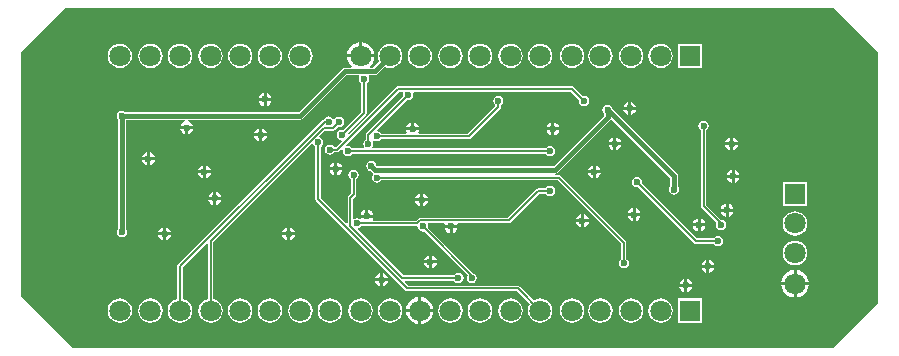
<source format=gbl>
G04*
G04 #@! TF.GenerationSoftware,Altium Limited,Altium Designer,19.1.5 (86)*
G04*
G04 Layer_Physical_Order=2*
G04 Layer_Color=16711680*
%FSLAX44Y44*%
%MOMM*%
G71*
G01*
G75*
%ADD10C,0.2000*%
%ADD44C,0.4000*%
%ADD46R,1.8000X1.8000*%
%ADD47C,1.8000*%
%ADD48R,1.8000X1.8000*%
%ADD49C,0.6000*%
G36*
X732500Y255000D02*
Y42500D01*
X695000Y5000D01*
X51250D01*
X7500Y48750D01*
Y255000D01*
X45000Y292500D01*
X695000D01*
X732500Y255000D01*
D02*
G37*
%LPC*%
G36*
X296020Y263462D02*
Y253260D01*
X306222D01*
X305993Y255002D01*
X304830Y257810D01*
X302980Y260220D01*
X300570Y262070D01*
X297763Y263233D01*
X296020Y263462D01*
D02*
G37*
G36*
X293480Y263462D02*
X291737Y263233D01*
X288930Y262070D01*
X286520Y260220D01*
X284670Y257810D01*
X283507Y255002D01*
X283278Y253260D01*
X293480D01*
Y263462D01*
D02*
G37*
G36*
X319750Y262328D02*
X317074Y261976D01*
X314581Y260943D01*
X312440Y259300D01*
X310797Y257159D01*
X309764Y254666D01*
X309412Y251990D01*
X309764Y249314D01*
X310532Y247459D01*
X305137Y242064D01*
X302746D01*
X302337Y243266D01*
X302980Y243760D01*
X304830Y246170D01*
X305993Y248978D01*
X306222Y250720D01*
X294750D01*
X283278D01*
X283507Y248978D01*
X284670Y246170D01*
X286520Y243760D01*
X287162Y243266D01*
X286754Y242064D01*
X281250D01*
X279982Y241811D01*
X278907Y241093D01*
X242377Y204564D01*
X95190D01*
X94158Y205253D01*
X92500Y205583D01*
X90842Y205253D01*
X89436Y204314D01*
X88497Y202908D01*
X88167Y201250D01*
X88497Y199592D01*
X89186Y198559D01*
Y105190D01*
X88497Y104158D01*
X88167Y102500D01*
X88497Y100842D01*
X89436Y99436D01*
X90842Y98497D01*
X92500Y98167D01*
X94158Y98497D01*
X95564Y99436D01*
X96503Y100842D01*
X96833Y102500D01*
X96503Y104158D01*
X95814Y105190D01*
Y197936D01*
X146208D01*
X146333Y196666D01*
X145338Y196469D01*
X143506Y195244D01*
X142281Y193412D01*
X142104Y192520D01*
X152896D01*
X152718Y193412D01*
X151494Y195244D01*
X149662Y196469D01*
X148667Y196666D01*
X148792Y197936D01*
X243750D01*
X245018Y198189D01*
X246093Y198907D01*
X282623Y235436D01*
X293004D01*
X293602Y234316D01*
X293497Y234158D01*
X293167Y232500D01*
X293497Y230842D01*
X294436Y229436D01*
X295206Y228921D01*
Y204700D01*
X279658Y189153D01*
X278750Y189333D01*
X277092Y189003D01*
X275686Y188064D01*
X274747Y186658D01*
X274417Y185000D01*
X274747Y183342D01*
X275686Y181936D01*
X277092Y180997D01*
X278230Y180770D01*
X278720Y179464D01*
X274050Y174794D01*
X272329D01*
X271814Y175564D01*
X270408Y176503D01*
X268750Y176833D01*
X267092Y176503D01*
X265686Y175564D01*
X264747Y174158D01*
X264417Y172500D01*
X264747Y170842D01*
X265686Y169436D01*
X267092Y168497D01*
X268750Y168167D01*
X270408Y168497D01*
X271814Y169436D01*
X272329Y170206D01*
X275000D01*
X275878Y170380D01*
X276622Y170878D01*
X278402Y172658D01*
X279572Y172032D01*
X279417Y171250D01*
X279747Y169592D01*
X280686Y168186D01*
X282092Y167247D01*
X283750Y166917D01*
X285408Y167247D01*
X286814Y168186D01*
X287329Y168956D01*
X451421D01*
X451936Y168186D01*
X453342Y167247D01*
X455000Y166917D01*
X456658Y167247D01*
X458064Y168186D01*
X459003Y169592D01*
X459333Y171250D01*
X459003Y172908D01*
X458064Y174314D01*
X456658Y175253D01*
X455000Y175583D01*
X453342Y175253D01*
X451936Y174314D01*
X451421Y173544D01*
X305091D01*
X304567Y174814D01*
X305253Y175842D01*
X305583Y177500D01*
X305253Y179158D01*
X304991Y179552D01*
X304764Y179891D01*
X305686Y180686D01*
X306079Y180424D01*
X307092Y179747D01*
X308750Y179417D01*
X310408Y179747D01*
X311814Y180686D01*
X312329Y181456D01*
X386250D01*
X387128Y181630D01*
X387872Y182128D01*
X412872Y207128D01*
X413369Y207872D01*
X413544Y208750D01*
Y210171D01*
X414314Y210686D01*
X415253Y212092D01*
X415583Y213750D01*
X415253Y215408D01*
X414314Y216814D01*
X412908Y217753D01*
X411250Y218083D01*
X409592Y217753D01*
X408186Y216814D01*
X407247Y215408D01*
X406917Y213750D01*
X407247Y212092D01*
X408186Y210686D01*
X408218Y210665D01*
X408351Y209095D01*
X385300Y186044D01*
X344117D01*
X343518Y187164D01*
X343969Y187838D01*
X344146Y188730D01*
X333354D01*
X333531Y187838D01*
X333982Y187164D01*
X333383Y186044D01*
X312329D01*
X311814Y186814D01*
X310408Y187753D01*
X309270Y187980D01*
X308780Y189286D01*
X334092Y214597D01*
X335000Y214417D01*
X336658Y214747D01*
X338064Y215686D01*
X339003Y217092D01*
X339333Y218750D01*
X339003Y220408D01*
X338885Y220586D01*
X339483Y221706D01*
X472550D01*
X479597Y214658D01*
X479417Y213750D01*
X479747Y212092D01*
X480686Y210686D01*
X482092Y209747D01*
X483750Y209417D01*
X485408Y209747D01*
X486814Y210686D01*
X487753Y212092D01*
X488083Y213750D01*
X487753Y215408D01*
X486814Y216814D01*
X485408Y217753D01*
X483750Y218083D01*
X482842Y217903D01*
X475122Y225622D01*
X474378Y226119D01*
X473500Y226294D01*
X326500D01*
X325622Y226119D01*
X324878Y225622D01*
X285098Y185843D01*
X283710Y186251D01*
X283628Y186633D01*
X299122Y202128D01*
X299619Y202872D01*
X299794Y203750D01*
Y228921D01*
X300564Y229436D01*
X301503Y230842D01*
X301833Y232500D01*
X301503Y234158D01*
X301398Y234316D01*
X301996Y235436D01*
X306510D01*
X307778Y235689D01*
X308853Y236407D01*
X315219Y242772D01*
X317074Y242004D01*
X319750Y241652D01*
X322426Y242004D01*
X324919Y243037D01*
X327060Y244680D01*
X328703Y246821D01*
X329736Y249314D01*
X330088Y251990D01*
X329736Y254666D01*
X328703Y257159D01*
X327060Y259300D01*
X324919Y260943D01*
X322426Y261976D01*
X319750Y262328D01*
D02*
G37*
G36*
X584000Y262240D02*
X563500D01*
Y241740D01*
X584000D01*
Y262240D01*
D02*
G37*
G36*
X548750Y262328D02*
X546074Y261976D01*
X543581Y260943D01*
X541440Y259300D01*
X539797Y257159D01*
X538764Y254666D01*
X538411Y251990D01*
X538764Y249314D01*
X539797Y246821D01*
X541440Y244680D01*
X543581Y243037D01*
X546074Y242004D01*
X548750Y241652D01*
X551426Y242004D01*
X553919Y243037D01*
X556060Y244680D01*
X557703Y246821D01*
X558736Y249314D01*
X559088Y251990D01*
X558736Y254666D01*
X557703Y257159D01*
X556060Y259300D01*
X553919Y260943D01*
X551426Y261976D01*
X548750Y262328D01*
D02*
G37*
G36*
X523750D02*
X521074Y261976D01*
X518581Y260943D01*
X516440Y259300D01*
X514797Y257159D01*
X513764Y254666D01*
X513411Y251990D01*
X513764Y249314D01*
X514797Y246821D01*
X516440Y244680D01*
X518581Y243037D01*
X521074Y242004D01*
X523750Y241652D01*
X526426Y242004D01*
X528919Y243037D01*
X531060Y244680D01*
X532703Y246821D01*
X533736Y249314D01*
X534088Y251990D01*
X533736Y254666D01*
X532703Y257159D01*
X531060Y259300D01*
X528919Y260943D01*
X526426Y261976D01*
X523750Y262328D01*
D02*
G37*
G36*
X497750D02*
X495074Y261976D01*
X492581Y260943D01*
X490440Y259300D01*
X488797Y257159D01*
X487764Y254666D01*
X487411Y251990D01*
X487764Y249314D01*
X488797Y246821D01*
X490440Y244680D01*
X492581Y243037D01*
X495074Y242004D01*
X497750Y241652D01*
X500426Y242004D01*
X502919Y243037D01*
X505060Y244680D01*
X506703Y246821D01*
X507736Y249314D01*
X508088Y251990D01*
X507736Y254666D01*
X506703Y257159D01*
X505060Y259300D01*
X502919Y260943D01*
X500426Y261976D01*
X497750Y262328D01*
D02*
G37*
G36*
X473750D02*
X471074Y261976D01*
X468581Y260943D01*
X466440Y259300D01*
X464797Y257159D01*
X463764Y254666D01*
X463411Y251990D01*
X463764Y249314D01*
X464797Y246821D01*
X466440Y244680D01*
X468581Y243037D01*
X471074Y242004D01*
X473750Y241652D01*
X476426Y242004D01*
X478919Y243037D01*
X481060Y244680D01*
X482703Y246821D01*
X483736Y249314D01*
X484088Y251990D01*
X483736Y254666D01*
X482703Y257159D01*
X481060Y259300D01*
X478919Y260943D01*
X476426Y261976D01*
X473750Y262328D01*
D02*
G37*
G36*
X446750D02*
X444074Y261976D01*
X441581Y260943D01*
X439440Y259300D01*
X437797Y257159D01*
X436764Y254666D01*
X436412Y251990D01*
X436764Y249314D01*
X437797Y246821D01*
X439440Y244680D01*
X441581Y243037D01*
X444074Y242004D01*
X446750Y241652D01*
X449426Y242004D01*
X451919Y243037D01*
X454060Y244680D01*
X455703Y246821D01*
X456736Y249314D01*
X457088Y251990D01*
X456736Y254666D01*
X455703Y257159D01*
X454060Y259300D01*
X451919Y260943D01*
X449426Y261976D01*
X446750Y262328D01*
D02*
G37*
G36*
X421750D02*
X419074Y261976D01*
X416581Y260943D01*
X414440Y259300D01*
X412797Y257159D01*
X411764Y254666D01*
X411412Y251990D01*
X411764Y249314D01*
X412797Y246821D01*
X414440Y244680D01*
X416581Y243037D01*
X419074Y242004D01*
X421750Y241652D01*
X424426Y242004D01*
X426919Y243037D01*
X429060Y244680D01*
X430703Y246821D01*
X431736Y249314D01*
X432088Y251990D01*
X431736Y254666D01*
X430703Y257159D01*
X429060Y259300D01*
X426919Y260943D01*
X424426Y261976D01*
X421750Y262328D01*
D02*
G37*
G36*
X395750D02*
X393074Y261976D01*
X390581Y260943D01*
X388440Y259300D01*
X386797Y257159D01*
X385764Y254666D01*
X385411Y251990D01*
X385764Y249314D01*
X386797Y246821D01*
X388440Y244680D01*
X390581Y243037D01*
X393074Y242004D01*
X395750Y241652D01*
X398426Y242004D01*
X400919Y243037D01*
X403060Y244680D01*
X404703Y246821D01*
X405736Y249314D01*
X406088Y251990D01*
X405736Y254666D01*
X404703Y257159D01*
X403060Y259300D01*
X400919Y260943D01*
X398426Y261976D01*
X395750Y262328D01*
D02*
G37*
G36*
X370750D02*
X368074Y261976D01*
X365581Y260943D01*
X363440Y259300D01*
X361797Y257159D01*
X360764Y254666D01*
X360411Y251990D01*
X360764Y249314D01*
X361797Y246821D01*
X363440Y244680D01*
X365581Y243037D01*
X368074Y242004D01*
X370750Y241652D01*
X373426Y242004D01*
X375919Y243037D01*
X378060Y244680D01*
X379703Y246821D01*
X380736Y249314D01*
X381088Y251990D01*
X380736Y254666D01*
X379703Y257159D01*
X378060Y259300D01*
X375919Y260943D01*
X373426Y261976D01*
X370750Y262328D01*
D02*
G37*
G36*
X344750D02*
X342074Y261976D01*
X339581Y260943D01*
X337440Y259300D01*
X335797Y257159D01*
X334764Y254666D01*
X334412Y251990D01*
X334764Y249314D01*
X335797Y246821D01*
X337440Y244680D01*
X339581Y243037D01*
X342074Y242004D01*
X344750Y241652D01*
X347426Y242004D01*
X349919Y243037D01*
X352060Y244680D01*
X353703Y246821D01*
X354736Y249314D01*
X355088Y251990D01*
X354736Y254666D01*
X353703Y257159D01*
X352060Y259300D01*
X349919Y260943D01*
X347426Y261976D01*
X344750Y262328D01*
D02*
G37*
G36*
X243750D02*
X241074Y261976D01*
X238581Y260943D01*
X236440Y259300D01*
X234797Y257159D01*
X233764Y254666D01*
X233412Y251990D01*
X233764Y249314D01*
X234797Y246821D01*
X236440Y244680D01*
X238581Y243037D01*
X241074Y242004D01*
X243750Y241652D01*
X246426Y242004D01*
X248919Y243037D01*
X251060Y244680D01*
X252703Y246821D01*
X253736Y249314D01*
X254088Y251990D01*
X253736Y254666D01*
X252703Y257159D01*
X251060Y259300D01*
X248919Y260943D01*
X246426Y261976D01*
X243750Y262328D01*
D02*
G37*
G36*
X217750D02*
X215074Y261976D01*
X212581Y260943D01*
X210440Y259300D01*
X208797Y257159D01*
X207764Y254666D01*
X207411Y251990D01*
X207764Y249314D01*
X208797Y246821D01*
X210440Y244680D01*
X212581Y243037D01*
X215074Y242004D01*
X217750Y241652D01*
X220426Y242004D01*
X222919Y243037D01*
X225060Y244680D01*
X226703Y246821D01*
X227736Y249314D01*
X228088Y251990D01*
X227736Y254666D01*
X226703Y257159D01*
X225060Y259300D01*
X222919Y260943D01*
X220426Y261976D01*
X217750Y262328D01*
D02*
G37*
G36*
X192750D02*
X190074Y261976D01*
X187581Y260943D01*
X185440Y259300D01*
X183797Y257159D01*
X182764Y254666D01*
X182411Y251990D01*
X182764Y249314D01*
X183797Y246821D01*
X185440Y244680D01*
X187581Y243037D01*
X190074Y242004D01*
X192750Y241652D01*
X195426Y242004D01*
X197919Y243037D01*
X200060Y244680D01*
X201703Y246821D01*
X202736Y249314D01*
X203088Y251990D01*
X202736Y254666D01*
X201703Y257159D01*
X200060Y259300D01*
X197919Y260943D01*
X195426Y261976D01*
X192750Y262328D01*
D02*
G37*
G36*
X167750D02*
X165074Y261976D01*
X162581Y260943D01*
X160440Y259300D01*
X158797Y257159D01*
X157764Y254666D01*
X157411Y251990D01*
X157764Y249314D01*
X158797Y246821D01*
X160440Y244680D01*
X162581Y243037D01*
X165074Y242004D01*
X167750Y241652D01*
X170426Y242004D01*
X172919Y243037D01*
X175060Y244680D01*
X176703Y246821D01*
X177736Y249314D01*
X178088Y251990D01*
X177736Y254666D01*
X176703Y257159D01*
X175060Y259300D01*
X172919Y260943D01*
X170426Y261976D01*
X167750Y262328D01*
D02*
G37*
G36*
X141750D02*
X139074Y261976D01*
X136581Y260943D01*
X134440Y259300D01*
X132797Y257159D01*
X131764Y254666D01*
X131412Y251990D01*
X131764Y249314D01*
X132797Y246821D01*
X134440Y244680D01*
X136581Y243037D01*
X139074Y242004D01*
X141750Y241652D01*
X144426Y242004D01*
X146919Y243037D01*
X149060Y244680D01*
X150703Y246821D01*
X151736Y249314D01*
X152088Y251990D01*
X151736Y254666D01*
X150703Y257159D01*
X149060Y259300D01*
X146919Y260943D01*
X144426Y261976D01*
X141750Y262328D01*
D02*
G37*
G36*
X116750D02*
X114074Y261976D01*
X111581Y260943D01*
X109440Y259300D01*
X107797Y257159D01*
X106764Y254666D01*
X106412Y251990D01*
X106764Y249314D01*
X107797Y246821D01*
X109440Y244680D01*
X111581Y243037D01*
X114074Y242004D01*
X116750Y241652D01*
X119426Y242004D01*
X121919Y243037D01*
X124060Y244680D01*
X125703Y246821D01*
X126736Y249314D01*
X127088Y251990D01*
X126736Y254666D01*
X125703Y257159D01*
X124060Y259300D01*
X121919Y260943D01*
X119426Y261976D01*
X116750Y262328D01*
D02*
G37*
G36*
X90750D02*
X88074Y261976D01*
X85581Y260943D01*
X83440Y259300D01*
X81797Y257159D01*
X80764Y254666D01*
X80412Y251990D01*
X80764Y249314D01*
X81797Y246821D01*
X83440Y244680D01*
X85581Y243037D01*
X88074Y242004D01*
X90750Y241652D01*
X93426Y242004D01*
X95919Y243037D01*
X98060Y244680D01*
X99703Y246821D01*
X100736Y249314D01*
X101088Y251990D01*
X100736Y254666D01*
X99703Y257159D01*
X98060Y259300D01*
X95919Y260943D01*
X93426Y261976D01*
X90750Y262328D01*
D02*
G37*
G36*
X215020Y220396D02*
Y216270D01*
X219146D01*
X218969Y217162D01*
X217744Y218994D01*
X215912Y220219D01*
X215020Y220396D01*
D02*
G37*
G36*
X212480D02*
X211588Y220219D01*
X209756Y218994D01*
X208531Y217162D01*
X208354Y216270D01*
X212480D01*
Y220396D01*
D02*
G37*
G36*
X219146Y213730D02*
X215020D01*
Y209604D01*
X215912Y209781D01*
X217744Y211006D01*
X218969Y212838D01*
X219146Y213730D01*
D02*
G37*
G36*
X212480D02*
X208354D01*
X208531Y212838D01*
X209756Y211006D01*
X211588Y209781D01*
X212480Y209604D01*
Y213730D01*
D02*
G37*
G36*
X523770Y212896D02*
Y208770D01*
X527896D01*
X527719Y209662D01*
X526494Y211494D01*
X524662Y212719D01*
X523770Y212896D01*
D02*
G37*
G36*
X521230D02*
X520338Y212719D01*
X518506Y211494D01*
X517281Y209662D01*
X517104Y208770D01*
X521230D01*
Y212896D01*
D02*
G37*
G36*
X527896Y206230D02*
X523770D01*
Y202104D01*
X524662Y202281D01*
X526494Y203506D01*
X527719Y205338D01*
X527896Y206230D01*
D02*
G37*
G36*
X521230D02*
X517104D01*
X517281Y205338D01*
X518506Y203506D01*
X520338Y202281D01*
X521230Y202104D01*
Y206230D01*
D02*
G37*
G36*
X267500Y200583D02*
X265842Y200253D01*
X264436Y199314D01*
X263874Y198473D01*
X263351Y198370D01*
X262607Y197872D01*
X140128Y75393D01*
X139630Y74649D01*
X139456Y73771D01*
Y46286D01*
X139074Y46236D01*
X136581Y45203D01*
X134440Y43560D01*
X132797Y41419D01*
X131764Y38926D01*
X131412Y36250D01*
X131764Y33574D01*
X132797Y31081D01*
X134440Y28940D01*
X136581Y27297D01*
X139074Y26264D01*
X141750Y25912D01*
X144426Y26264D01*
X146919Y27297D01*
X149060Y28940D01*
X150703Y31081D01*
X151736Y33574D01*
X152088Y36250D01*
X151736Y38926D01*
X150703Y41419D01*
X149060Y43560D01*
X146919Y45203D01*
X144426Y46236D01*
X144044Y46286D01*
Y72821D01*
X164283Y93059D01*
X165456Y92573D01*
Y46286D01*
X165074Y46236D01*
X162581Y45203D01*
X160440Y43560D01*
X158797Y41419D01*
X157764Y38926D01*
X157411Y36250D01*
X157764Y33574D01*
X158797Y31081D01*
X160440Y28940D01*
X162581Y27297D01*
X165074Y26264D01*
X167750Y25912D01*
X170426Y26264D01*
X172919Y27297D01*
X175060Y28940D01*
X176703Y31081D01*
X177736Y33574D01*
X178088Y36250D01*
X177736Y38926D01*
X176703Y41419D01*
X175060Y43560D01*
X172919Y45203D01*
X170426Y46236D01*
X170044Y46286D01*
Y94224D01*
X253490Y177670D01*
X254705Y177301D01*
X254747Y177092D01*
X255686Y175686D01*
X256456Y175171D01*
Y130479D01*
X256631Y129601D01*
X257128Y128857D01*
X332607Y53378D01*
X333351Y52881D01*
X334229Y52706D01*
X427050D01*
X438031Y41725D01*
X437797Y41419D01*
X436764Y38926D01*
X436412Y36250D01*
X436764Y33574D01*
X437797Y31081D01*
X439440Y28940D01*
X441581Y27297D01*
X444074Y26264D01*
X446750Y25912D01*
X449426Y26264D01*
X451919Y27297D01*
X454060Y28940D01*
X455703Y31081D01*
X456736Y33574D01*
X457088Y36250D01*
X456736Y38926D01*
X455703Y41419D01*
X454060Y43560D01*
X451919Y45203D01*
X449426Y46236D01*
X446750Y46588D01*
X444074Y46236D01*
X441581Y45203D01*
X441275Y44969D01*
X429622Y56622D01*
X428878Y57119D01*
X428000Y57294D01*
X335179D01*
X332191Y60283D01*
X332677Y61456D01*
X373921D01*
X374436Y60686D01*
X375842Y59747D01*
X377500Y59417D01*
X379158Y59747D01*
X380564Y60686D01*
X381503Y62092D01*
X381833Y63750D01*
X381503Y65408D01*
X380564Y66814D01*
X379158Y67753D01*
X377500Y68083D01*
X375842Y67753D01*
X374436Y66814D01*
X373921Y66044D01*
X331026D01*
X292330Y104740D01*
X292699Y105955D01*
X292908Y105997D01*
X294314Y106936D01*
X294829Y107706D01*
X341929D01*
X342658Y107585D01*
X343353Y106566D01*
X343497Y105842D01*
X344436Y104436D01*
X345842Y103497D01*
X347500Y103167D01*
X348408Y103347D01*
X385388Y66368D01*
X384747Y65408D01*
X384417Y63750D01*
X384747Y62092D01*
X385686Y60686D01*
X387092Y59747D01*
X388750Y59417D01*
X390408Y59747D01*
X391814Y60686D01*
X392753Y62092D01*
X393083Y63750D01*
X392753Y65408D01*
X391814Y66814D01*
X390657Y67587D01*
X351653Y106592D01*
X351833Y107500D01*
X351503Y109158D01*
X351385Y109336D01*
X351983Y110456D01*
X365151D01*
X365937Y109186D01*
X365854Y108770D01*
X376646D01*
X376563Y109186D01*
X377349Y110456D01*
X420250D01*
X421128Y110631D01*
X421872Y111128D01*
X445950Y135206D01*
X451421D01*
X451936Y134436D01*
X453342Y133497D01*
X455000Y133167D01*
X456658Y133497D01*
X458064Y134436D01*
X459003Y135842D01*
X459333Y137500D01*
X459003Y139158D01*
X458064Y140564D01*
X456658Y141503D01*
X455000Y141833D01*
X453342Y141503D01*
X451936Y140564D01*
X451421Y139794D01*
X445000D01*
X444122Y139620D01*
X443378Y139122D01*
X419300Y115044D01*
X345325D01*
X344448Y114869D01*
X343703Y114372D01*
X341625Y112294D01*
X305367D01*
X304768Y113414D01*
X305219Y114088D01*
X305396Y114980D01*
X294604D01*
X294738Y114309D01*
X294212Y113759D01*
X293708Y113469D01*
X292908Y114003D01*
X291250Y114333D01*
X289592Y114003D01*
X289414Y113885D01*
X288294Y114483D01*
Y131046D01*
X290372Y133124D01*
X290869Y133869D01*
X291044Y134747D01*
Y147671D01*
X291814Y148186D01*
X292753Y149592D01*
X293083Y151250D01*
X292753Y152908D01*
X291814Y154314D01*
X290408Y155253D01*
X288750Y155583D01*
X287092Y155253D01*
X285686Y154314D01*
X284747Y152908D01*
X284417Y151250D01*
X284747Y149592D01*
X285686Y148186D01*
X286456Y147671D01*
Y135697D01*
X284378Y133619D01*
X283881Y132874D01*
X283706Y131996D01*
Y110427D01*
X282533Y109941D01*
X261044Y131429D01*
Y175171D01*
X261814Y175686D01*
X262753Y177092D01*
X263083Y178750D01*
X262753Y180408D01*
X261814Y181814D01*
X260408Y182753D01*
X260199Y182795D01*
X259830Y184010D01*
X264526Y188706D01*
X271334D01*
X272212Y188881D01*
X272956Y189378D01*
X275512Y191934D01*
X276420Y191753D01*
X278079Y192083D01*
X279485Y193023D01*
X280424Y194428D01*
X280754Y196087D01*
X280424Y197745D01*
X279485Y199151D01*
X278079Y200090D01*
X276420Y200420D01*
X274762Y200090D01*
X273356Y199151D01*
X272720Y198199D01*
X272410Y198125D01*
X271315Y198197D01*
X271309Y198199D01*
X270564Y199314D01*
X269158Y200253D01*
X267500Y200583D01*
D02*
G37*
G36*
X458770Y195396D02*
Y191270D01*
X462896D01*
X462719Y192162D01*
X461494Y193994D01*
X459662Y195219D01*
X458770Y195396D01*
D02*
G37*
G36*
X456230D02*
X455338Y195219D01*
X453506Y193994D01*
X452281Y192162D01*
X452104Y191270D01*
X456230D01*
Y195396D01*
D02*
G37*
G36*
X340020D02*
Y191270D01*
X344146D01*
X343969Y192162D01*
X342744Y193994D01*
X340912Y195219D01*
X340020Y195396D01*
D02*
G37*
G36*
X337480D02*
X336588Y195219D01*
X334756Y193994D01*
X333531Y192162D01*
X333354Y191270D01*
X337480D01*
Y195396D01*
D02*
G37*
G36*
X211270Y190396D02*
Y186270D01*
X215396D01*
X215219Y187162D01*
X213994Y188994D01*
X212162Y190219D01*
X211270Y190396D01*
D02*
G37*
G36*
X208730D02*
X207838Y190219D01*
X206006Y188994D01*
X204781Y187162D01*
X204604Y186270D01*
X208730D01*
Y190396D01*
D02*
G37*
G36*
X152896Y189980D02*
X148770D01*
Y185854D01*
X149662Y186031D01*
X151494Y187256D01*
X152718Y189088D01*
X152896Y189980D01*
D02*
G37*
G36*
X146230D02*
X142104D01*
X142281Y189088D01*
X143506Y187256D01*
X145338Y186031D01*
X146230Y185854D01*
Y189980D01*
D02*
G37*
G36*
X462896Y188730D02*
X458770D01*
Y184604D01*
X459662Y184781D01*
X461494Y186006D01*
X462719Y187838D01*
X462896Y188730D01*
D02*
G37*
G36*
X456230D02*
X452104D01*
X452281Y187838D01*
X453506Y186006D01*
X455338Y184781D01*
X456230Y184604D01*
Y188730D01*
D02*
G37*
G36*
X215396Y183730D02*
X211270D01*
Y179604D01*
X212162Y179781D01*
X213994Y181006D01*
X215219Y182838D01*
X215396Y183730D01*
D02*
G37*
G36*
X208730D02*
X204604D01*
X204781Y182838D01*
X206006Y181006D01*
X207838Y179781D01*
X208730Y179604D01*
Y183730D01*
D02*
G37*
G36*
X610020Y182896D02*
Y178770D01*
X614146D01*
X613969Y179662D01*
X612744Y181494D01*
X610912Y182719D01*
X610020Y182896D01*
D02*
G37*
G36*
X607480D02*
X606588Y182719D01*
X604756Y181494D01*
X603531Y179662D01*
X603354Y178770D01*
X607480D01*
Y182896D01*
D02*
G37*
G36*
X511270D02*
Y178770D01*
X515396D01*
X515219Y179662D01*
X513994Y181494D01*
X512162Y182719D01*
X511270Y182896D01*
D02*
G37*
G36*
X508730D02*
X507838Y182719D01*
X506006Y181494D01*
X504781Y179662D01*
X504604Y178770D01*
X508730D01*
Y182896D01*
D02*
G37*
G36*
X614146Y176230D02*
X610020D01*
Y172104D01*
X610912Y172281D01*
X612744Y173506D01*
X613969Y175338D01*
X614146Y176230D01*
D02*
G37*
G36*
X607480D02*
X603354D01*
X603531Y175338D01*
X604756Y173506D01*
X606588Y172281D01*
X607480Y172104D01*
Y176230D01*
D02*
G37*
G36*
X515396D02*
X511270D01*
Y172104D01*
X512162Y172281D01*
X513994Y173506D01*
X515219Y175338D01*
X515396Y176230D01*
D02*
G37*
G36*
X508730D02*
X504604D01*
X504781Y175338D01*
X506006Y173506D01*
X507838Y172281D01*
X508730Y172104D01*
Y176230D01*
D02*
G37*
G36*
X116270Y170396D02*
Y166270D01*
X120396D01*
X120219Y167162D01*
X118994Y168994D01*
X117162Y170219D01*
X116270Y170396D01*
D02*
G37*
G36*
X113730D02*
X112838Y170219D01*
X111006Y168994D01*
X109781Y167162D01*
X109604Y166270D01*
X113730D01*
Y170396D01*
D02*
G37*
G36*
X120396Y163730D02*
X116270D01*
Y159604D01*
X117162Y159781D01*
X118994Y161006D01*
X120219Y162838D01*
X120396Y163730D01*
D02*
G37*
G36*
X113730D02*
X109604D01*
X109781Y162838D01*
X111006Y161006D01*
X112838Y159781D01*
X113730Y159604D01*
Y163730D01*
D02*
G37*
G36*
X275020Y161646D02*
Y157520D01*
X279146D01*
X278969Y158412D01*
X277744Y160244D01*
X275912Y161469D01*
X275020Y161646D01*
D02*
G37*
G36*
X272480D02*
X271588Y161469D01*
X269756Y160244D01*
X268531Y158412D01*
X268354Y157520D01*
X272480D01*
Y161646D01*
D02*
G37*
G36*
X493770Y159146D02*
Y155020D01*
X497896D01*
X497719Y155912D01*
X496494Y157744D01*
X494662Y158968D01*
X493770Y159146D01*
D02*
G37*
G36*
X491230D02*
X490338Y158968D01*
X488506Y157744D01*
X487281Y155912D01*
X487104Y155020D01*
X491230D01*
Y159146D01*
D02*
G37*
G36*
X163770D02*
Y155020D01*
X167896D01*
X167719Y155912D01*
X166494Y157744D01*
X164662Y158968D01*
X163770Y159146D01*
D02*
G37*
G36*
X161230D02*
X160338Y158968D01*
X158506Y157744D01*
X157281Y155912D01*
X157104Y155020D01*
X161230D01*
Y159146D01*
D02*
G37*
G36*
X611270Y155396D02*
Y151270D01*
X615396D01*
X615219Y152162D01*
X613994Y153994D01*
X612162Y155219D01*
X611270Y155396D01*
D02*
G37*
G36*
X608730D02*
X607838Y155219D01*
X606006Y153994D01*
X604781Y152162D01*
X604604Y151270D01*
X608730D01*
Y155396D01*
D02*
G37*
G36*
X279146Y154980D02*
X275020D01*
Y150854D01*
X275912Y151031D01*
X277744Y152256D01*
X278969Y154088D01*
X279146Y154980D01*
D02*
G37*
G36*
X272480D02*
X268354D01*
X268531Y154088D01*
X269756Y152256D01*
X271588Y151031D01*
X272480Y150854D01*
Y154980D01*
D02*
G37*
G36*
X497896Y152480D02*
X493770D01*
Y148354D01*
X494662Y148531D01*
X496494Y149756D01*
X497719Y151588D01*
X497896Y152480D01*
D02*
G37*
G36*
X491230D02*
X487104D01*
X487281Y151588D01*
X488506Y149756D01*
X490338Y148531D01*
X491230Y148354D01*
Y152480D01*
D02*
G37*
G36*
X167896D02*
X163770D01*
Y148354D01*
X164662Y148531D01*
X166494Y149756D01*
X167719Y151588D01*
X167896Y152480D01*
D02*
G37*
G36*
X161230D02*
X157104D01*
X157281Y151588D01*
X158506Y149756D01*
X160338Y148531D01*
X161230Y148354D01*
Y152480D01*
D02*
G37*
G36*
X615396Y148730D02*
X611270D01*
Y144604D01*
X612162Y144781D01*
X613994Y146006D01*
X615219Y147838D01*
X615396Y148730D01*
D02*
G37*
G36*
X608730D02*
X604604D01*
X604781Y147838D01*
X606006Y146006D01*
X607838Y144781D01*
X608730Y144604D01*
Y148730D01*
D02*
G37*
G36*
X503750Y210583D02*
X502092Y210253D01*
X500686Y209314D01*
X499747Y207908D01*
X499417Y206250D01*
X499747Y204592D01*
X500436Y203559D01*
Y201373D01*
X458002Y158939D01*
X308248D01*
X307996Y159191D01*
X307753Y160408D01*
X306814Y161814D01*
X305408Y162753D01*
X303750Y163083D01*
X302092Y162753D01*
X300686Y161814D01*
X299747Y160408D01*
X299417Y158750D01*
X299747Y157092D01*
X300686Y155686D01*
X302092Y154747D01*
X303309Y154504D01*
X304532Y153282D01*
X305064Y152926D01*
X305177Y152725D01*
X305394Y151511D01*
X305356Y151320D01*
X304747Y150408D01*
X304417Y148750D01*
X304747Y147092D01*
X305686Y145686D01*
X307092Y144747D01*
X308750Y144417D01*
X310408Y144747D01*
X311814Y145686D01*
X312329Y146456D01*
X461550D01*
X515206Y92800D01*
Y79829D01*
X514436Y79314D01*
X513497Y77908D01*
X513167Y76250D01*
X513497Y74592D01*
X514436Y73186D01*
X515842Y72247D01*
X517500Y71917D01*
X519158Y72247D01*
X520564Y73186D01*
X521503Y74592D01*
X521833Y76250D01*
X521503Y77908D01*
X520564Y79314D01*
X519794Y79829D01*
Y93750D01*
X519619Y94628D01*
X519122Y95372D01*
X464122Y150372D01*
X463378Y150869D01*
X462500Y151044D01*
X459382D01*
X459375Y152311D01*
X460643Y152564D01*
X461718Y153282D01*
X506093Y197657D01*
X506163Y197762D01*
X507427Y197887D01*
X556686Y148627D01*
Y141440D01*
X555997Y140408D01*
X555667Y138750D01*
X555997Y137092D01*
X556936Y135686D01*
X558342Y134747D01*
X560000Y134417D01*
X561658Y134747D01*
X563064Y135686D01*
X564003Y137092D01*
X564333Y138750D01*
X564003Y140408D01*
X563314Y141440D01*
Y150000D01*
X563061Y151268D01*
X562343Y152343D01*
X507996Y206691D01*
X507753Y207908D01*
X506814Y209314D01*
X505408Y210253D01*
X503750Y210583D01*
D02*
G37*
G36*
X172520Y136646D02*
Y132520D01*
X176646D01*
X176469Y133412D01*
X175244Y135244D01*
X173412Y136469D01*
X172520Y136646D01*
D02*
G37*
G36*
X169980D02*
X169088Y136469D01*
X167256Y135244D01*
X166031Y133412D01*
X165854Y132520D01*
X169980D01*
Y136646D01*
D02*
G37*
G36*
X347520Y135396D02*
Y131270D01*
X351646D01*
X351469Y132162D01*
X350244Y133994D01*
X348412Y135219D01*
X347520Y135396D01*
D02*
G37*
G36*
X344980D02*
X344088Y135219D01*
X342256Y133994D01*
X341031Y132162D01*
X340854Y131270D01*
X344980D01*
Y135396D01*
D02*
G37*
G36*
X176646Y129980D02*
X172520D01*
Y125854D01*
X173412Y126031D01*
X175244Y127256D01*
X176469Y129088D01*
X176646Y129980D01*
D02*
G37*
G36*
X169980D02*
X165854D01*
X166031Y129088D01*
X167256Y127256D01*
X169088Y126031D01*
X169980Y125854D01*
Y129980D01*
D02*
G37*
G36*
X672750Y145250D02*
X652250D01*
Y124750D01*
X672750D01*
Y145250D01*
D02*
G37*
G36*
X351646Y128730D02*
X347520D01*
Y124604D01*
X348412Y124781D01*
X350244Y126006D01*
X351469Y127838D01*
X351646Y128730D01*
D02*
G37*
G36*
X344980D02*
X340854D01*
X341031Y127838D01*
X342256Y126006D01*
X344088Y124781D01*
X344980Y124604D01*
Y128730D01*
D02*
G37*
G36*
X606270Y126646D02*
Y122520D01*
X610396D01*
X610219Y123412D01*
X608994Y125244D01*
X607162Y126469D01*
X606270Y126646D01*
D02*
G37*
G36*
X603730D02*
X602838Y126469D01*
X601006Y125244D01*
X599781Y123412D01*
X599604Y122520D01*
X603730D01*
Y126646D01*
D02*
G37*
G36*
X527520Y122896D02*
Y118770D01*
X531646D01*
X531469Y119662D01*
X530244Y121494D01*
X528412Y122719D01*
X527520Y122896D01*
D02*
G37*
G36*
X524980D02*
X524088Y122719D01*
X522256Y121494D01*
X521031Y119662D01*
X520854Y118770D01*
X524980D01*
Y122896D01*
D02*
G37*
G36*
X301270Y121646D02*
Y117520D01*
X305396D01*
X305219Y118412D01*
X303994Y120244D01*
X302162Y121468D01*
X301270Y121646D01*
D02*
G37*
G36*
X298730D02*
X297838Y121468D01*
X296006Y120244D01*
X294781Y118412D01*
X294604Y117520D01*
X298730D01*
Y121646D01*
D02*
G37*
G36*
X610396Y119980D02*
X606270D01*
Y115854D01*
X607162Y116031D01*
X608994Y117256D01*
X610219Y119088D01*
X610396Y119980D01*
D02*
G37*
G36*
X603730D02*
X599604D01*
X599781Y119088D01*
X601006Y117256D01*
X602838Y116031D01*
X603730Y115854D01*
Y119980D01*
D02*
G37*
G36*
X483770Y117896D02*
Y113770D01*
X487896D01*
X487719Y114662D01*
X486494Y116494D01*
X484662Y117719D01*
X483770Y117896D01*
D02*
G37*
G36*
X481230D02*
X480338Y117719D01*
X478506Y116494D01*
X477281Y114662D01*
X477104Y113770D01*
X481230D01*
Y117896D01*
D02*
G37*
G36*
X531646Y116230D02*
X527520D01*
Y112104D01*
X528412Y112281D01*
X530244Y113506D01*
X531469Y115338D01*
X531646Y116230D01*
D02*
G37*
G36*
X524980D02*
X520854D01*
X521031Y115338D01*
X522256Y113506D01*
X524088Y112281D01*
X524980Y112104D01*
Y116230D01*
D02*
G37*
G36*
X582520Y114146D02*
Y110020D01*
X586646D01*
X586469Y110912D01*
X585244Y112744D01*
X583412Y113969D01*
X582520Y114146D01*
D02*
G37*
G36*
X579980D02*
X579088Y113969D01*
X577256Y112744D01*
X576031Y110912D01*
X575854Y110020D01*
X579980D01*
Y114146D01*
D02*
G37*
G36*
X487896Y111230D02*
X483770D01*
Y107104D01*
X484662Y107281D01*
X486494Y108506D01*
X487719Y110338D01*
X487896Y111230D01*
D02*
G37*
G36*
X481230D02*
X477104D01*
X477281Y110338D01*
X478506Y108506D01*
X480338Y107281D01*
X481230Y107104D01*
Y111230D01*
D02*
G37*
G36*
X585000Y196833D02*
X583342Y196503D01*
X581936Y195564D01*
X580997Y194158D01*
X580667Y192500D01*
X580997Y190842D01*
X581936Y189436D01*
X582706Y188921D01*
Y125000D01*
X582881Y124122D01*
X583378Y123378D01*
X596137Y110619D01*
X595997Y110408D01*
X595667Y108750D01*
X595997Y107092D01*
X596936Y105686D01*
X598342Y104747D01*
X600000Y104417D01*
X601658Y104747D01*
X603064Y105686D01*
X604003Y107092D01*
X604333Y108750D01*
X604003Y110408D01*
X603064Y111814D01*
X601658Y112753D01*
X600201Y113043D01*
X587294Y125950D01*
Y188921D01*
X588064Y189436D01*
X589003Y190842D01*
X589333Y192500D01*
X589003Y194158D01*
X588064Y195564D01*
X586658Y196503D01*
X585000Y196833D01*
D02*
G37*
G36*
X586646Y107480D02*
X582520D01*
Y103354D01*
X583412Y103531D01*
X585244Y104756D01*
X586469Y106588D01*
X586646Y107480D01*
D02*
G37*
G36*
X579980D02*
X575854D01*
X576031Y106588D01*
X577256Y104756D01*
X579088Y103531D01*
X579980Y103354D01*
Y107480D01*
D02*
G37*
G36*
X235020Y106646D02*
Y102520D01*
X239146D01*
X238969Y103412D01*
X237744Y105244D01*
X235912Y106468D01*
X235020Y106646D01*
D02*
G37*
G36*
X232480D02*
X231588Y106468D01*
X229756Y105244D01*
X228531Y103412D01*
X228354Y102520D01*
X232480D01*
Y106646D01*
D02*
G37*
G36*
X130020D02*
Y102520D01*
X134146D01*
X133968Y103412D01*
X132744Y105244D01*
X130912Y106468D01*
X130020Y106646D01*
D02*
G37*
G36*
X127480D02*
X126588Y106468D01*
X124756Y105244D01*
X123531Y103412D01*
X123354Y102520D01*
X127480D01*
Y106646D01*
D02*
G37*
G36*
X376646Y106230D02*
X372520D01*
Y102104D01*
X373412Y102281D01*
X375244Y103506D01*
X376469Y105338D01*
X376646Y106230D01*
D02*
G37*
G36*
X369980D02*
X365854D01*
X366031Y105338D01*
X367256Y103506D01*
X369088Y102281D01*
X369980Y102104D01*
Y106230D01*
D02*
G37*
G36*
X662500Y120338D02*
X659824Y119986D01*
X657331Y118953D01*
X655190Y117310D01*
X653547Y115169D01*
X652514Y112676D01*
X652161Y110000D01*
X652514Y107324D01*
X653547Y104831D01*
X655190Y102690D01*
X657331Y101047D01*
X659824Y100014D01*
X662500Y99662D01*
X665176Y100014D01*
X667669Y101047D01*
X669810Y102690D01*
X671453Y104831D01*
X672486Y107324D01*
X672838Y110000D01*
X672486Y112676D01*
X671453Y115169D01*
X669810Y117310D01*
X667669Y118953D01*
X665176Y119986D01*
X662500Y120338D01*
D02*
G37*
G36*
X239146Y99980D02*
X235020D01*
Y95854D01*
X235912Y96031D01*
X237744Y97256D01*
X238969Y99088D01*
X239146Y99980D01*
D02*
G37*
G36*
X232480D02*
X228354D01*
X228531Y99088D01*
X229756Y97256D01*
X231588Y96031D01*
X232480Y95854D01*
Y99980D01*
D02*
G37*
G36*
X134146D02*
X130020D01*
Y95854D01*
X130912Y96031D01*
X132744Y97256D01*
X133968Y99088D01*
X134146Y99980D01*
D02*
G37*
G36*
X127480D02*
X123354D01*
X123531Y99088D01*
X124756Y97256D01*
X126588Y96031D01*
X127480Y95854D01*
Y99980D01*
D02*
G37*
G36*
X528750Y149333D02*
X527092Y149003D01*
X525686Y148064D01*
X524747Y146658D01*
X524417Y145000D01*
X524747Y143342D01*
X525686Y141936D01*
X527092Y140997D01*
X528750Y140667D01*
X529658Y140847D01*
X577128Y93378D01*
X577872Y92880D01*
X578750Y92706D01*
X593921D01*
X594436Y91936D01*
X595842Y90997D01*
X597500Y90667D01*
X599158Y90997D01*
X600564Y91936D01*
X601503Y93342D01*
X601833Y95000D01*
X601503Y96658D01*
X600564Y98064D01*
X599158Y99003D01*
X597500Y99333D01*
X595842Y99003D01*
X594436Y98064D01*
X593921Y97294D01*
X579700D01*
X532903Y144092D01*
X533083Y145000D01*
X532753Y146658D01*
X531814Y148064D01*
X530408Y149003D01*
X528750Y149333D01*
D02*
G37*
G36*
X355020Y82896D02*
Y78770D01*
X359146D01*
X358969Y79662D01*
X357744Y81494D01*
X355912Y82719D01*
X355020Y82896D01*
D02*
G37*
G36*
X352480D02*
X351588Y82719D01*
X349756Y81494D01*
X348531Y79662D01*
X348354Y78770D01*
X352480D01*
Y82896D01*
D02*
G37*
G36*
X590020Y79146D02*
Y75020D01*
X594146D01*
X593969Y75912D01*
X592744Y77744D01*
X590912Y78969D01*
X590020Y79146D01*
D02*
G37*
G36*
X587480D02*
X586588Y78969D01*
X584756Y77744D01*
X583531Y75912D01*
X583354Y75020D01*
X587480D01*
Y79146D01*
D02*
G37*
G36*
X662500Y95338D02*
X659824Y94986D01*
X657331Y93953D01*
X655190Y92310D01*
X653547Y90169D01*
X652514Y87676D01*
X652161Y85000D01*
X652514Y82324D01*
X653547Y79831D01*
X655190Y77690D01*
X657331Y76047D01*
X659824Y75014D01*
X662500Y74662D01*
X665176Y75014D01*
X667669Y76047D01*
X669810Y77690D01*
X671453Y79831D01*
X672486Y82324D01*
X672838Y85000D01*
X672486Y87676D01*
X671453Y90169D01*
X669810Y92310D01*
X667669Y93953D01*
X665176Y94986D01*
X662500Y95338D01*
D02*
G37*
G36*
X359146Y76230D02*
X355020D01*
Y72104D01*
X355912Y72281D01*
X357744Y73506D01*
X358969Y75338D01*
X359146Y76230D01*
D02*
G37*
G36*
X352480D02*
X348354D01*
X348531Y75338D01*
X349756Y73506D01*
X351588Y72281D01*
X352480Y72104D01*
Y76230D01*
D02*
G37*
G36*
X594146Y72480D02*
X590020D01*
Y68354D01*
X590912Y68531D01*
X592744Y69756D01*
X593969Y71588D01*
X594146Y72480D01*
D02*
G37*
G36*
X587480D02*
X583354D01*
X583531Y71588D01*
X584756Y69756D01*
X586588Y68531D01*
X587480Y68354D01*
Y72480D01*
D02*
G37*
G36*
X313770Y67896D02*
Y63770D01*
X317896D01*
X317719Y64662D01*
X316494Y66494D01*
X314662Y67719D01*
X313770Y67896D01*
D02*
G37*
G36*
X311230D02*
X310338Y67719D01*
X308506Y66494D01*
X307281Y64662D01*
X307104Y63770D01*
X311230D01*
Y67896D01*
D02*
G37*
G36*
X663770Y70472D02*
Y60270D01*
X673972D01*
X673743Y62013D01*
X672580Y64820D01*
X670730Y67230D01*
X668320Y69080D01*
X665512Y70243D01*
X663770Y70472D01*
D02*
G37*
G36*
X661230D02*
X659487Y70243D01*
X656680Y69080D01*
X654270Y67230D01*
X652420Y64820D01*
X651257Y62013D01*
X651028Y60270D01*
X661230D01*
Y70472D01*
D02*
G37*
G36*
X571270Y62896D02*
Y58770D01*
X575396D01*
X575219Y59662D01*
X573994Y61494D01*
X572162Y62719D01*
X571270Y62896D01*
D02*
G37*
G36*
X568730D02*
X567838Y62719D01*
X566006Y61494D01*
X564781Y59662D01*
X564604Y58770D01*
X568730D01*
Y62896D01*
D02*
G37*
G36*
X317896Y61230D02*
X313770D01*
Y57104D01*
X314662Y57281D01*
X316494Y58506D01*
X317719Y60338D01*
X317896Y61230D01*
D02*
G37*
G36*
X311230D02*
X307104D01*
X307281Y60338D01*
X308506Y58506D01*
X310338Y57281D01*
X311230Y57104D01*
Y61230D01*
D02*
G37*
G36*
X575396Y56230D02*
X571270D01*
Y52104D01*
X572162Y52281D01*
X573994Y53506D01*
X575219Y55338D01*
X575396Y56230D01*
D02*
G37*
G36*
X568730D02*
X564604D01*
X564781Y55338D01*
X566006Y53506D01*
X567838Y52281D01*
X568730Y52104D01*
Y56230D01*
D02*
G37*
G36*
X673972Y57730D02*
X663770D01*
Y47528D01*
X665512Y47757D01*
X668320Y48920D01*
X670730Y50770D01*
X672580Y53180D01*
X673743Y55988D01*
X673972Y57730D01*
D02*
G37*
G36*
X661230D02*
X651028D01*
X651257Y55988D01*
X652420Y53180D01*
X654270Y50770D01*
X656680Y48920D01*
X659487Y47757D01*
X661230Y47528D01*
Y57730D01*
D02*
G37*
G36*
X346020Y47722D02*
Y37520D01*
X356222D01*
X355993Y39262D01*
X354830Y42070D01*
X352980Y44480D01*
X350570Y46330D01*
X347762Y47493D01*
X346020Y47722D01*
D02*
G37*
G36*
X343480Y47722D02*
X341737Y47493D01*
X338930Y46330D01*
X336520Y44480D01*
X334670Y42070D01*
X333507Y39262D01*
X333278Y37520D01*
X343480D01*
Y47722D01*
D02*
G37*
G36*
X584000Y46500D02*
X563500D01*
Y26000D01*
X584000D01*
Y46500D01*
D02*
G37*
G36*
X548750Y46588D02*
X546074Y46236D01*
X543581Y45203D01*
X541440Y43560D01*
X539797Y41419D01*
X538764Y38926D01*
X538411Y36250D01*
X538764Y33574D01*
X539797Y31081D01*
X541440Y28940D01*
X543581Y27297D01*
X546074Y26264D01*
X548750Y25912D01*
X551426Y26264D01*
X553919Y27297D01*
X556060Y28940D01*
X557703Y31081D01*
X558736Y33574D01*
X559088Y36250D01*
X558736Y38926D01*
X557703Y41419D01*
X556060Y43560D01*
X553919Y45203D01*
X551426Y46236D01*
X548750Y46588D01*
D02*
G37*
G36*
X523750D02*
X521074Y46236D01*
X518581Y45203D01*
X516440Y43560D01*
X514797Y41419D01*
X513764Y38926D01*
X513411Y36250D01*
X513764Y33574D01*
X514797Y31081D01*
X516440Y28940D01*
X518581Y27297D01*
X521074Y26264D01*
X523750Y25912D01*
X526426Y26264D01*
X528919Y27297D01*
X531060Y28940D01*
X532703Y31081D01*
X533736Y33574D01*
X534088Y36250D01*
X533736Y38926D01*
X532703Y41419D01*
X531060Y43560D01*
X528919Y45203D01*
X526426Y46236D01*
X523750Y46588D01*
D02*
G37*
G36*
X497750D02*
X495074Y46236D01*
X492581Y45203D01*
X490440Y43560D01*
X488797Y41419D01*
X487764Y38926D01*
X487411Y36250D01*
X487764Y33574D01*
X488797Y31081D01*
X490440Y28940D01*
X492581Y27297D01*
X495074Y26264D01*
X497750Y25912D01*
X500426Y26264D01*
X502919Y27297D01*
X505060Y28940D01*
X506703Y31081D01*
X507736Y33574D01*
X508088Y36250D01*
X507736Y38926D01*
X506703Y41419D01*
X505060Y43560D01*
X502919Y45203D01*
X500426Y46236D01*
X497750Y46588D01*
D02*
G37*
G36*
X473750D02*
X471074Y46236D01*
X468581Y45203D01*
X466440Y43560D01*
X464797Y41419D01*
X463764Y38926D01*
X463411Y36250D01*
X463764Y33574D01*
X464797Y31081D01*
X466440Y28940D01*
X468581Y27297D01*
X471074Y26264D01*
X473750Y25912D01*
X476426Y26264D01*
X478919Y27297D01*
X481060Y28940D01*
X482703Y31081D01*
X483736Y33574D01*
X484088Y36250D01*
X483736Y38926D01*
X482703Y41419D01*
X481060Y43560D01*
X478919Y45203D01*
X476426Y46236D01*
X473750Y46588D01*
D02*
G37*
G36*
X421750D02*
X419074Y46236D01*
X416581Y45203D01*
X414440Y43560D01*
X412797Y41419D01*
X411764Y38926D01*
X411412Y36250D01*
X411764Y33574D01*
X412797Y31081D01*
X414440Y28940D01*
X416581Y27297D01*
X419074Y26264D01*
X421750Y25912D01*
X424426Y26264D01*
X426919Y27297D01*
X429060Y28940D01*
X430703Y31081D01*
X431736Y33574D01*
X432088Y36250D01*
X431736Y38926D01*
X430703Y41419D01*
X429060Y43560D01*
X426919Y45203D01*
X424426Y46236D01*
X421750Y46588D01*
D02*
G37*
G36*
X395750D02*
X393074Y46236D01*
X390581Y45203D01*
X388440Y43560D01*
X386797Y41419D01*
X385764Y38926D01*
X385411Y36250D01*
X385764Y33574D01*
X386797Y31081D01*
X388440Y28940D01*
X390581Y27297D01*
X393074Y26264D01*
X395750Y25912D01*
X398426Y26264D01*
X400919Y27297D01*
X403060Y28940D01*
X404703Y31081D01*
X405736Y33574D01*
X406088Y36250D01*
X405736Y38926D01*
X404703Y41419D01*
X403060Y43560D01*
X400919Y45203D01*
X398426Y46236D01*
X395750Y46588D01*
D02*
G37*
G36*
X370750D02*
X368074Y46236D01*
X365581Y45203D01*
X363440Y43560D01*
X361797Y41419D01*
X360764Y38926D01*
X360411Y36250D01*
X360764Y33574D01*
X361797Y31081D01*
X363440Y28940D01*
X365581Y27297D01*
X368074Y26264D01*
X370750Y25912D01*
X373426Y26264D01*
X375919Y27297D01*
X378060Y28940D01*
X379703Y31081D01*
X380736Y33574D01*
X381088Y36250D01*
X380736Y38926D01*
X379703Y41419D01*
X378060Y43560D01*
X375919Y45203D01*
X373426Y46236D01*
X370750Y46588D01*
D02*
G37*
G36*
X319750D02*
X317074Y46236D01*
X314581Y45203D01*
X312440Y43560D01*
X310797Y41419D01*
X309764Y38926D01*
X309412Y36250D01*
X309764Y33574D01*
X310797Y31081D01*
X312440Y28940D01*
X314581Y27297D01*
X317074Y26264D01*
X319750Y25912D01*
X322426Y26264D01*
X324919Y27297D01*
X327060Y28940D01*
X328703Y31081D01*
X329736Y33574D01*
X330088Y36250D01*
X329736Y38926D01*
X328703Y41419D01*
X327060Y43560D01*
X324919Y45203D01*
X322426Y46236D01*
X319750Y46588D01*
D02*
G37*
G36*
X294750D02*
X292074Y46236D01*
X289581Y45203D01*
X287440Y43560D01*
X285797Y41419D01*
X284764Y38926D01*
X284412Y36250D01*
X284764Y33574D01*
X285797Y31081D01*
X287440Y28940D01*
X289581Y27297D01*
X292074Y26264D01*
X294750Y25912D01*
X297426Y26264D01*
X299919Y27297D01*
X302060Y28940D01*
X303703Y31081D01*
X304736Y33574D01*
X305088Y36250D01*
X304736Y38926D01*
X303703Y41419D01*
X302060Y43560D01*
X299919Y45203D01*
X297426Y46236D01*
X294750Y46588D01*
D02*
G37*
G36*
X268750D02*
X266074Y46236D01*
X263581Y45203D01*
X261440Y43560D01*
X259797Y41419D01*
X258764Y38926D01*
X258412Y36250D01*
X258764Y33574D01*
X259797Y31081D01*
X261440Y28940D01*
X263581Y27297D01*
X266074Y26264D01*
X268750Y25912D01*
X271426Y26264D01*
X273919Y27297D01*
X276060Y28940D01*
X277703Y31081D01*
X278736Y33574D01*
X279088Y36250D01*
X278736Y38926D01*
X277703Y41419D01*
X276060Y43560D01*
X273919Y45203D01*
X271426Y46236D01*
X268750Y46588D01*
D02*
G37*
G36*
X243750D02*
X241074Y46236D01*
X238581Y45203D01*
X236440Y43560D01*
X234797Y41419D01*
X233764Y38926D01*
X233412Y36250D01*
X233764Y33574D01*
X234797Y31081D01*
X236440Y28940D01*
X238581Y27297D01*
X241074Y26264D01*
X243750Y25912D01*
X246426Y26264D01*
X248919Y27297D01*
X251060Y28940D01*
X252703Y31081D01*
X253736Y33574D01*
X254088Y36250D01*
X253736Y38926D01*
X252703Y41419D01*
X251060Y43560D01*
X248919Y45203D01*
X246426Y46236D01*
X243750Y46588D01*
D02*
G37*
G36*
X217750D02*
X215074Y46236D01*
X212581Y45203D01*
X210440Y43560D01*
X208797Y41419D01*
X207764Y38926D01*
X207411Y36250D01*
X207764Y33574D01*
X208797Y31081D01*
X210440Y28940D01*
X212581Y27297D01*
X215074Y26264D01*
X217750Y25912D01*
X220426Y26264D01*
X222919Y27297D01*
X225060Y28940D01*
X226703Y31081D01*
X227736Y33574D01*
X228088Y36250D01*
X227736Y38926D01*
X226703Y41419D01*
X225060Y43560D01*
X222919Y45203D01*
X220426Y46236D01*
X217750Y46588D01*
D02*
G37*
G36*
X192750D02*
X190074Y46236D01*
X187581Y45203D01*
X185440Y43560D01*
X183797Y41419D01*
X182764Y38926D01*
X182411Y36250D01*
X182764Y33574D01*
X183797Y31081D01*
X185440Y28940D01*
X187581Y27297D01*
X190074Y26264D01*
X192750Y25912D01*
X195426Y26264D01*
X197919Y27297D01*
X200060Y28940D01*
X201703Y31081D01*
X202736Y33574D01*
X203088Y36250D01*
X202736Y38926D01*
X201703Y41419D01*
X200060Y43560D01*
X197919Y45203D01*
X195426Y46236D01*
X192750Y46588D01*
D02*
G37*
G36*
X116750D02*
X114074Y46236D01*
X111581Y45203D01*
X109440Y43560D01*
X107797Y41419D01*
X106764Y38926D01*
X106412Y36250D01*
X106764Y33574D01*
X107797Y31081D01*
X109440Y28940D01*
X111581Y27297D01*
X114074Y26264D01*
X116750Y25912D01*
X119426Y26264D01*
X121919Y27297D01*
X124060Y28940D01*
X125703Y31081D01*
X126736Y33574D01*
X127088Y36250D01*
X126736Y38926D01*
X125703Y41419D01*
X124060Y43560D01*
X121919Y45203D01*
X119426Y46236D01*
X116750Y46588D01*
D02*
G37*
G36*
X90750D02*
X88074Y46236D01*
X85581Y45203D01*
X83440Y43560D01*
X81797Y41419D01*
X80764Y38926D01*
X80412Y36250D01*
X80764Y33574D01*
X81797Y31081D01*
X83440Y28940D01*
X85581Y27297D01*
X88074Y26264D01*
X90750Y25912D01*
X93426Y26264D01*
X95919Y27297D01*
X98060Y28940D01*
X99703Y31081D01*
X100736Y33574D01*
X101088Y36250D01*
X100736Y38926D01*
X99703Y41419D01*
X98060Y43560D01*
X95919Y45203D01*
X93426Y46236D01*
X90750Y46588D01*
D02*
G37*
G36*
X356222Y34980D02*
X346020D01*
Y24778D01*
X347762Y25007D01*
X350570Y26170D01*
X352980Y28020D01*
X354830Y30430D01*
X355993Y33237D01*
X356222Y34980D01*
D02*
G37*
G36*
X343480D02*
X333278D01*
X333507Y33237D01*
X334670Y30430D01*
X336520Y28020D01*
X338930Y26170D01*
X341737Y25007D01*
X343480Y24778D01*
Y34980D01*
D02*
G37*
%LPD*%
G36*
X331115Y220586D02*
X330997Y220408D01*
X330667Y218750D01*
X330847Y217842D01*
X299628Y186622D01*
X299130Y185878D01*
X298956Y185000D01*
Y181079D01*
X298186Y180564D01*
X297247Y179158D01*
X296917Y177500D01*
X297247Y175842D01*
X297933Y174814D01*
X297409Y173544D01*
X287329D01*
X286814Y174314D01*
X285408Y175253D01*
X283750Y175583D01*
X282968Y175428D01*
X282342Y176598D01*
X327450Y221706D01*
X330517D01*
X331115Y220586D01*
D02*
G37*
D10*
X286000Y107825D02*
X330075Y63750D01*
X286000Y107825D02*
Y131996D01*
X288750Y134747D01*
X330075Y63750D02*
X377500D01*
X334229Y55000D02*
X428000D01*
X258750Y130479D02*
X334229Y55000D01*
X258750Y130479D02*
Y178750D01*
X345325Y112750D02*
X420250D01*
X445000Y137500D01*
X342575Y110000D02*
X345325Y112750D01*
X291250Y110000D02*
X342575D01*
X347500Y107500D02*
X390000Y65000D01*
Y63750D02*
Y65000D01*
X585000Y125000D02*
X601250Y108750D01*
X585000Y125000D02*
Y192500D01*
X271334Y191000D02*
X276420Y196087D01*
X264229Y196250D02*
X267500D01*
X263575Y191000D02*
X271334D01*
X167750Y95175D02*
X263575Y191000D01*
X301250Y177500D02*
Y185000D01*
X335000Y218750D01*
X473500Y224000D02*
X483750Y213750D01*
X326500Y224000D02*
X473500D01*
X275000Y172500D02*
X326500Y224000D01*
X278750Y185000D02*
X297500Y203750D01*
Y232500D01*
X283750Y171250D02*
X455000D01*
X288750Y134747D02*
Y151250D01*
X428000Y55000D02*
X446750Y36250D01*
X578750Y95000D02*
X597500D01*
X528750Y145000D02*
X578750Y95000D01*
X141750Y73771D02*
X264229Y196250D01*
X141750Y36250D02*
Y73771D01*
X167750Y36250D02*
Y95175D01*
X268750Y172500D02*
X275000D01*
X445000Y137500D02*
X455000D01*
X517500Y76250D02*
Y93750D01*
X462500Y148750D02*
X517500Y93750D01*
X308750Y148750D02*
X462500D01*
X411250Y208750D02*
Y213750D01*
X386250Y183750D02*
X411250Y208750D01*
X308750Y183750D02*
X386250D01*
D44*
X306510Y238750D02*
X319750Y251990D01*
X281250Y238750D02*
X306510D01*
X243750Y201250D02*
X281250Y238750D01*
X92500Y201250D02*
X243750D01*
X503750Y206250D02*
X560000Y150000D01*
Y138750D02*
Y150000D01*
X92500Y102500D02*
Y201250D01*
X303750Y158750D02*
X306875Y155625D01*
X459375D01*
X503750Y200000D01*
Y206250D01*
D46*
X662500Y135000D02*
D03*
D47*
Y110000D02*
D03*
Y85000D02*
D03*
Y59000D02*
D03*
X268750Y36250D02*
D03*
X243750D02*
D03*
X548750D02*
D03*
X217750D02*
D03*
X523750D02*
D03*
X192750D02*
D03*
X497750D02*
D03*
X167750D02*
D03*
X473750D02*
D03*
X141750D02*
D03*
X446750D02*
D03*
X294750D02*
D03*
X319750D02*
D03*
X344750D02*
D03*
X370750D02*
D03*
X395750D02*
D03*
X421750D02*
D03*
X116750D02*
D03*
X90750D02*
D03*
X243750Y251990D02*
D03*
X548750D02*
D03*
X217750D02*
D03*
X523750D02*
D03*
X192750D02*
D03*
X497750D02*
D03*
X167750D02*
D03*
X473750D02*
D03*
X141750D02*
D03*
X446750D02*
D03*
X294750D02*
D03*
X319750D02*
D03*
X344750D02*
D03*
X370750D02*
D03*
X395750D02*
D03*
X421750D02*
D03*
X116750D02*
D03*
X90750D02*
D03*
D48*
X573750Y36250D02*
D03*
Y251990D02*
D03*
D49*
X338750Y190000D02*
D03*
X300000Y116250D02*
D03*
X291250Y110000D02*
D03*
X210000Y185000D02*
D03*
X115000Y165000D02*
D03*
X312500Y62500D02*
D03*
X353750Y77500D02*
D03*
X570000Y57500D02*
D03*
X588750Y73750D02*
D03*
X608750Y177500D02*
D03*
X610000Y150000D02*
D03*
X605000Y121250D02*
D03*
X581250Y108750D02*
D03*
X482500Y112500D02*
D03*
X526250Y117500D02*
D03*
X492500Y153750D02*
D03*
X522500Y207500D02*
D03*
X510000Y177500D02*
D03*
X457500Y190000D02*
D03*
X371250Y107500D02*
D03*
X346250Y130000D02*
D03*
X273750Y156250D02*
D03*
X213750Y215000D02*
D03*
X147500Y191250D02*
D03*
X162500Y153750D02*
D03*
X171250Y131250D02*
D03*
X233750Y101250D02*
D03*
X128750D02*
D03*
X600000Y108750D02*
D03*
X585000Y192500D02*
D03*
X276420Y196087D02*
D03*
X267500Y196250D02*
D03*
X560000Y138750D02*
D03*
X388750Y63750D02*
D03*
X347500Y107500D02*
D03*
X301250Y177500D02*
D03*
X335000Y218750D02*
D03*
X297500Y232500D02*
D03*
X283750Y171250D02*
D03*
X288750Y151250D02*
D03*
X377500Y63750D02*
D03*
X278750Y185000D02*
D03*
X92500Y201250D02*
D03*
Y102500D02*
D03*
X597500Y95000D02*
D03*
X528750Y145000D02*
D03*
X455000Y171250D02*
D03*
X303750Y158750D02*
D03*
X503750Y206250D02*
D03*
X483750Y213750D02*
D03*
X268750Y172500D02*
D03*
X258750Y178750D02*
D03*
X455000Y137500D02*
D03*
X517500Y76250D02*
D03*
X308750Y148750D02*
D03*
X411250Y213750D02*
D03*
X308750Y183750D02*
D03*
M02*

</source>
